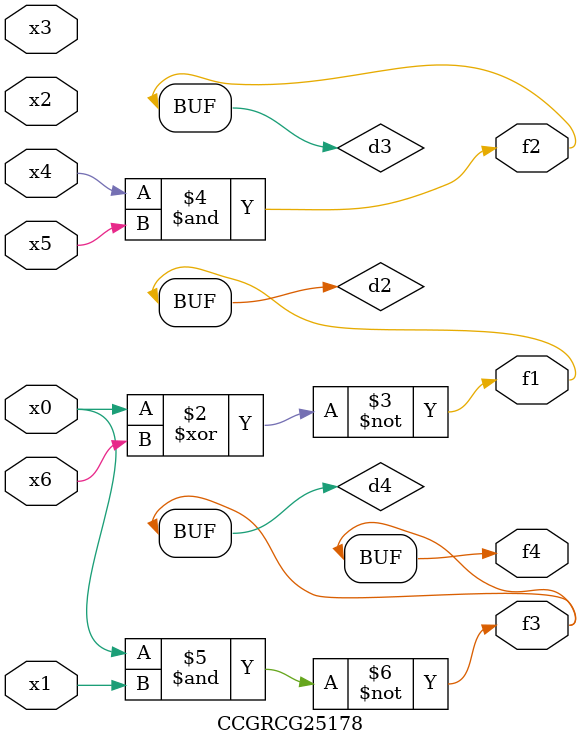
<source format=v>
module CCGRCG25178(
	input x0, x1, x2, x3, x4, x5, x6,
	output f1, f2, f3, f4
);

	wire d1, d2, d3, d4;

	nor (d1, x0);
	xnor (d2, x0, x6);
	and (d3, x4, x5);
	nand (d4, x0, x1);
	assign f1 = d2;
	assign f2 = d3;
	assign f3 = d4;
	assign f4 = d4;
endmodule

</source>
